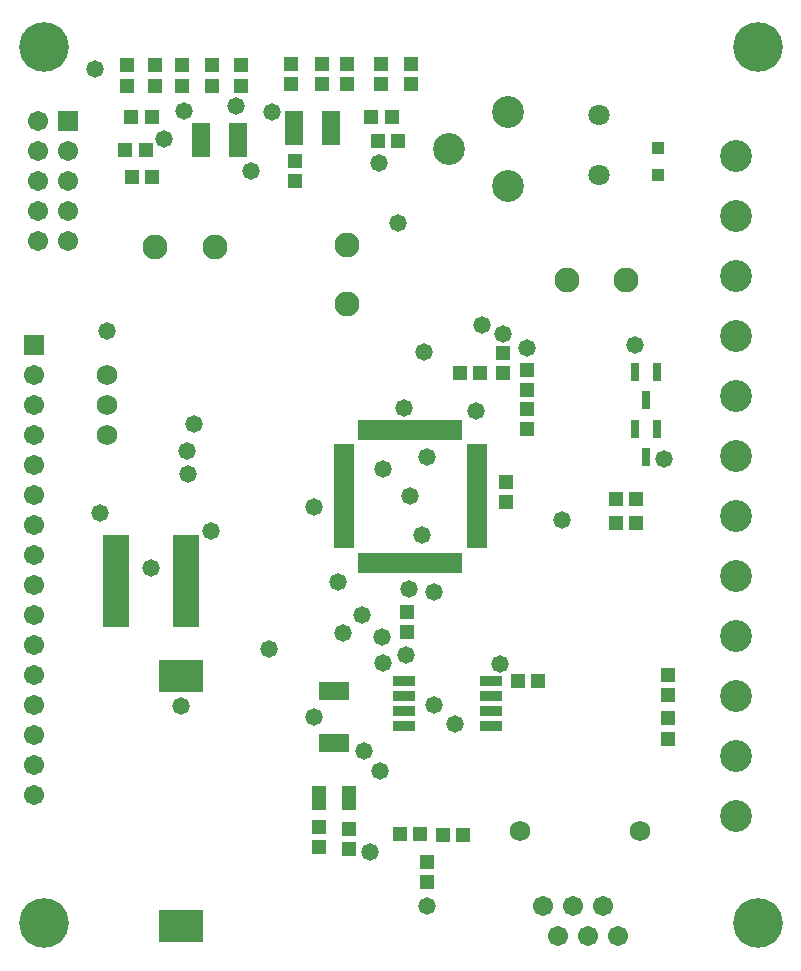
<source format=gts>
%FSLAX44Y44*%
%MOMM*%
G71*
G01*
G75*
G04 Layer_Color=8388736*
%ADD10R,1.0000X1.1000*%
%ADD11R,3.5000X2.6000*%
%ADD12R,1.1000X1.0000*%
%ADD13R,0.8000X0.8000*%
%ADD14R,1.7000X0.6500*%
%ADD15R,0.5500X1.4500*%
%ADD16R,1.4500X0.5500*%
%ADD17R,0.6000X1.4000*%
%ADD18R,1.1000X1.9000*%
%ADD19R,0.3000X1.4000*%
%ADD20R,1.7800X0.4200*%
%ADD21R,1.4000X0.6500*%
%ADD22C,0.4000*%
%ADD23C,1.0000*%
%ADD24C,0.5000*%
%ADD25C,0.2540*%
%ADD26C,0.7000*%
%ADD27C,0.6000*%
%ADD28C,0.3000*%
%ADD29C,1.9000*%
%ADD30C,2.5000*%
%ADD31C,4.0000*%
%ADD32C,1.5000*%
%ADD33C,1.5240*%
%ADD34C,1.6000*%
%ADD35R,1.5000X1.5000*%
%ADD36C,1.2700*%
%ADD37R,0.6000X1.3000*%
%ADD38R,2.4000X3.0000*%
%ADD39C,0.2500*%
%ADD40C,0.2000*%
%ADD41R,1.0000X2.3000*%
%ADD42R,1.8000X8.8000*%
%ADD43R,8.8000X1.8000*%
%ADD44R,2.6000X1.6000*%
%ADD45R,2.2000X7.8000*%
%ADD46R,1.6000X2.9000*%
%ADD47R,1.2032X1.3032*%
%ADD48R,3.7032X2.8032*%
%ADD49R,1.3032X1.2032*%
%ADD50R,1.0032X1.0032*%
%ADD51R,1.9032X0.8532*%
%ADD52R,0.7532X1.6532*%
%ADD53R,1.6532X0.7532*%
%ADD54R,0.8032X1.6032*%
%ADD55R,1.3032X2.1032*%
%ADD56R,0.5032X1.6032*%
%ADD57R,1.9832X0.6232*%
%ADD58R,1.6032X0.8532*%
%ADD59C,2.1032*%
%ADD60C,2.7032*%
%ADD61C,4.2032*%
%ADD62C,1.7032*%
%ADD63C,1.7272*%
%ADD64C,1.8032*%
%ADD65R,1.7032X1.7032*%
%ADD66C,1.4732*%
D42*
X406910Y404790D02*
D03*
X294910Y404790D02*
D03*
D43*
X350910Y348790D02*
D03*
Y460790D02*
D03*
D44*
X286140Y196100D02*
D03*
Y240100D02*
D03*
D45*
X160810Y333230D02*
D03*
X101410D02*
D03*
D46*
X283970Y716550D02*
D03*
X252470Y716550D02*
D03*
X205210Y706310D02*
D03*
X173710D02*
D03*
D47*
X298840Y123340D02*
D03*
Y106340D02*
D03*
X273440Y124610D02*
D03*
Y107610D02*
D03*
X253120Y688490D02*
D03*
Y671490D02*
D03*
X350930Y770960D02*
D03*
Y753960D02*
D03*
X325530Y770960D02*
D03*
Y753960D02*
D03*
X297570Y770960D02*
D03*
Y753960D02*
D03*
X276000Y770960D02*
D03*
Y753960D02*
D03*
X249330Y770960D02*
D03*
Y753960D02*
D03*
X110860Y769690D02*
D03*
Y752690D02*
D03*
X134990Y769690D02*
D03*
Y752690D02*
D03*
X157850Y769690D02*
D03*
Y752690D02*
D03*
X183250Y769690D02*
D03*
Y752690D02*
D03*
X207380Y769690D02*
D03*
Y752690D02*
D03*
X432190Y416710D02*
D03*
Y399710D02*
D03*
X429650Y525930D02*
D03*
Y508930D02*
D03*
X449970Y511960D02*
D03*
Y494960D02*
D03*
Y478940D02*
D03*
Y461940D02*
D03*
X348370Y290000D02*
D03*
Y307000D02*
D03*
X364880Y78400D02*
D03*
Y95400D02*
D03*
X569350Y199830D02*
D03*
Y216830D02*
D03*
Y236660D02*
D03*
Y253660D02*
D03*
D48*
X156600Y41390D02*
D03*
Y252390D02*
D03*
D49*
X115470Y675300D02*
D03*
X132470D02*
D03*
X334890Y726100D02*
D03*
X317890D02*
D03*
X323750Y705780D02*
D03*
X340750D02*
D03*
X131670Y726020D02*
D03*
X114670D02*
D03*
X126610Y698160D02*
D03*
X109610D02*
D03*
X441860Y248580D02*
D03*
X458860D02*
D03*
X541900Y381930D02*
D03*
X524900D02*
D03*
X541900Y402250D02*
D03*
X524900D02*
D03*
X409820Y508930D02*
D03*
X392820D02*
D03*
X359020Y119040D02*
D03*
X342020D02*
D03*
X395360Y118260D02*
D03*
X378360D02*
D03*
D50*
X560460Y699430D02*
D03*
Y676930D02*
D03*
D51*
X418830Y210480D02*
D03*
Y223180D02*
D03*
Y235880D02*
D03*
Y248580D02*
D03*
X345830Y210480D02*
D03*
Y223180D02*
D03*
Y235880D02*
D03*
Y248580D02*
D03*
D52*
X310910Y460790D02*
D03*
X318910D02*
D03*
X326910D02*
D03*
X334910D02*
D03*
X342910D02*
D03*
X350910D02*
D03*
X358910D02*
D03*
X366910D02*
D03*
X374910D02*
D03*
X382910D02*
D03*
X390910D02*
D03*
Y348790D02*
D03*
X382910D02*
D03*
X374910D02*
D03*
X366910D02*
D03*
X358910D02*
D03*
X350910D02*
D03*
X342910D02*
D03*
X334910D02*
D03*
X326910D02*
D03*
X318910D02*
D03*
X310910D02*
D03*
D53*
X406910Y444790D02*
D03*
Y436790D02*
D03*
Y428790D02*
D03*
Y420790D02*
D03*
Y412790D02*
D03*
Y404790D02*
D03*
Y396790D02*
D03*
Y388790D02*
D03*
Y380790D02*
D03*
Y372790D02*
D03*
Y364790D02*
D03*
X294910D02*
D03*
Y372790D02*
D03*
Y380790D02*
D03*
Y388790D02*
D03*
Y396790D02*
D03*
Y404790D02*
D03*
Y412790D02*
D03*
Y420790D02*
D03*
Y428790D02*
D03*
Y436790D02*
D03*
Y444790D02*
D03*
D54*
X550300Y437810D02*
D03*
X540800Y461810D02*
D03*
X559800D02*
D03*
X550300Y486070D02*
D03*
X540800Y510070D02*
D03*
X559800D02*
D03*
D55*
X273640Y149520D02*
D03*
X298640D02*
D03*
D56*
X276140Y196100D02*
D03*
X281140D02*
D03*
X286140D02*
D03*
X291140D02*
D03*
X296140D02*
D03*
X276140Y240100D02*
D03*
X281140D02*
D03*
X286140D02*
D03*
X291140D02*
D03*
X296140D02*
D03*
D57*
X160410Y297730D02*
D03*
Y304230D02*
D03*
Y310730D02*
D03*
Y317230D02*
D03*
Y323730D02*
D03*
Y330230D02*
D03*
Y336730D02*
D03*
Y343230D02*
D03*
Y349730D02*
D03*
Y356230D02*
D03*
Y362730D02*
D03*
Y369230D02*
D03*
X101010Y297730D02*
D03*
Y304230D02*
D03*
Y310730D02*
D03*
Y317230D02*
D03*
Y323730D02*
D03*
Y330230D02*
D03*
Y336730D02*
D03*
Y343230D02*
D03*
Y349730D02*
D03*
Y356230D02*
D03*
Y362730D02*
D03*
Y369230D02*
D03*
D58*
X252470Y726050D02*
D03*
Y707050D02*
D03*
Y716550D02*
D03*
X283970Y726050D02*
D03*
Y716550D02*
D03*
Y707050D02*
D03*
X173710Y715810D02*
D03*
Y696810D02*
D03*
Y706310D02*
D03*
X205210Y715810D02*
D03*
Y706310D02*
D03*
Y696810D02*
D03*
D59*
X297570Y617350D02*
D03*
Y567350D02*
D03*
X185010Y615610D02*
D03*
X135010D02*
D03*
X533790Y587670D02*
D03*
X483790D02*
D03*
D60*
X626500Y134280D02*
D03*
Y185080D02*
D03*
Y235880D02*
D03*
Y286680D02*
D03*
Y337480D02*
D03*
Y388280D02*
D03*
Y439080D02*
D03*
Y489880D02*
D03*
Y540680D02*
D03*
Y591480D02*
D03*
Y642280D02*
D03*
Y693080D02*
D03*
X383460Y698910D02*
D03*
X433460Y667910D02*
D03*
Y729910D02*
D03*
D61*
X644760Y785000D02*
D03*
X644760Y43630D02*
D03*
X40550Y785000D02*
D03*
Y43630D02*
D03*
D62*
X526220Y32680D02*
D03*
X513520Y58080D02*
D03*
X462720D02*
D03*
X475420Y32680D02*
D03*
X488120Y58080D02*
D03*
X500820Y32680D02*
D03*
X35950Y722290D02*
D03*
X61350Y696890D02*
D03*
X35950D02*
D03*
X61350Y671490D02*
D03*
X35950D02*
D03*
X61350Y646090D02*
D03*
X35950D02*
D03*
X61350Y620690D02*
D03*
X35950D02*
D03*
X32140Y152060D02*
D03*
Y177460D02*
D03*
Y202860D02*
D03*
Y228260D02*
D03*
Y253660D02*
D03*
Y279060D02*
D03*
Y304460D02*
D03*
Y329860D02*
D03*
Y355260D02*
D03*
Y380660D02*
D03*
Y406060D02*
D03*
Y431460D02*
D03*
Y456860D02*
D03*
Y482260D02*
D03*
Y507660D02*
D03*
D63*
X443620Y121580D02*
D03*
X545220D02*
D03*
X94370Y507660D02*
D03*
Y482260D02*
D03*
Y456860D02*
D03*
D64*
X510930Y727370D02*
D03*
Y676570D02*
D03*
D65*
X61350Y722290D02*
D03*
X32140Y533060D02*
D03*
D66*
X427110Y263000D02*
D03*
X389010Y211750D02*
D03*
X326910Y285540D02*
D03*
X371230Y228260D02*
D03*
X310270Y304710D02*
D03*
X293760Y289220D02*
D03*
X347100Y270170D02*
D03*
X269630Y395900D02*
D03*
X311540Y188890D02*
D03*
X325510Y172380D02*
D03*
X156600Y226990D02*
D03*
X328050Y263820D02*
D03*
X216290Y680380D02*
D03*
X142630Y707050D02*
D03*
X324240Y686730D02*
D03*
X203590Y734990D02*
D03*
X234070Y729910D02*
D03*
X84210Y766740D02*
D03*
X340750Y635930D02*
D03*
X94370Y544490D02*
D03*
X269630Y218100D02*
D03*
X289950Y332400D02*
D03*
X231530Y275250D02*
D03*
X364880Y58080D02*
D03*
X316620Y103800D02*
D03*
X350910Y404790D02*
D03*
X449970Y530520D02*
D03*
X429650Y541950D02*
D03*
X565540Y436540D02*
D03*
X406790Y477180D02*
D03*
X131200Y343830D02*
D03*
X345830Y479720D02*
D03*
X168030Y465750D02*
D03*
X88020Y390820D02*
D03*
X161680Y442890D02*
D03*
X162950Y423840D02*
D03*
X182000Y375580D02*
D03*
X479180Y384470D02*
D03*
X362340Y526710D02*
D03*
X349640Y326050D02*
D03*
X371230Y323510D02*
D03*
X541410Y533060D02*
D03*
X159140Y731180D02*
D03*
X411870Y549570D02*
D03*
X361000Y371868D02*
D03*
X327700Y428000D02*
D03*
X364880Y438000D02*
D03*
M02*

</source>
